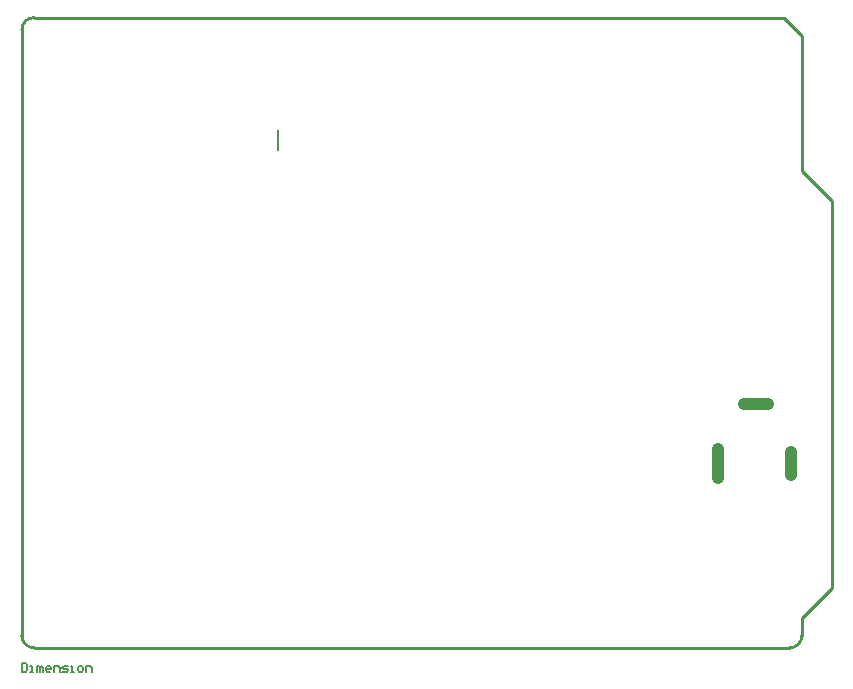
<source format=gm1>
%FSTAX25Y25*%
%MOIN*%
G70*
G01*
G75*
G04 Layer_Color=16711935*
%ADD10O,0.01181X0.07087*%
%ADD11O,0.07087X0.01181*%
%ADD12O,0.07284X0.01378*%
%ADD13R,0.08071X0.02756*%
%ADD14R,0.01772X0.02165*%
%ADD15R,0.03150X0.03150*%
%ADD16R,0.01575X0.02559*%
%ADD17R,0.02992X0.06299*%
%ADD18R,0.04528X0.06693*%
%ADD19R,0.02165X0.01772*%
%ADD20R,0.02756X0.03543*%
%ADD21R,0.03543X0.02756*%
%ADD22R,0.02047X0.02047*%
%ADD23R,0.02047X0.02047*%
%ADD24C,0.00669*%
%ADD25C,0.00700*%
%ADD26C,0.01000*%
%ADD27C,0.03000*%
%ADD28C,0.00591*%
%ADD29C,0.00500*%
%ADD30C,0.02000*%
%ADD31C,0.06000*%
%ADD32O,0.07874X0.17716*%
%ADD33O,0.07874X0.15748*%
%ADD34O,0.15748X0.07874*%
%ADD35R,0.05906X0.05906*%
%ADD36C,0.05906*%
%ADD37R,0.05906X0.05906*%
%ADD38P,0.06711X8X112.5*%
%ADD39O,0.05600X0.11200*%
%ADD40C,0.12600*%
%ADD41C,0.01969*%
%ADD42C,0.01600*%
%ADD43C,0.02800*%
%ADD44C,0.01595*%
%ADD45C,0.05000*%
%ADD46C,0.04000*%
%ADD47R,0.70200X0.25400*%
%ADD48C,0.07550*%
%ADD49O,0.07937X0.17779*%
%ADD50O,0.07937X0.15811*%
%ADD51O,0.15811X0.07937*%
%ADD52C,0.07543*%
G04:AMPARAMS|DCode=53|XSize=95.433mil|YSize=95.433mil|CornerRadius=0mil|HoleSize=0mil|Usage=FLASHONLY|Rotation=0.000|XOffset=0mil|YOffset=0mil|HoleType=Round|Shape=Relief|Width=10mil|Gap=10mil|Entries=4|*
%AMTHD53*
7,0,0,0.09543,0.07543,0.01000,45*
%
%ADD53THD53*%
%ADD54C,0.07800*%
%ADD55C,0.07400*%
G04:AMPARAMS|DCode=56|XSize=95.5mil|YSize=95.5mil|CornerRadius=0mil|HoleSize=0mil|Usage=FLASHONLY|Rotation=0.000|XOffset=0mil|YOffset=0mil|HoleType=Round|Shape=Relief|Width=10mil|Gap=10mil|Entries=4|*
%AMTHD56*
7,0,0,0.09550,0.07550,0.01000,45*
%
%ADD56THD56*%
%ADD57C,0.16600*%
G04:AMPARAMS|DCode=58|XSize=70mil|YSize=70mil|CornerRadius=0mil|HoleSize=0mil|Usage=FLASHONLY|Rotation=0.000|XOffset=0mil|YOffset=0mil|HoleType=Round|Shape=Relief|Width=10mil|Gap=10mil|Entries=4|*
%AMTHD58*
7,0,0,0.07000,0.05000,0.01000,45*
%
%ADD58THD58*%
%ADD59C,0.05600*%
%ADD60C,0.06800*%
%AMTHOVALD61*
21,1,0.07874,0.09937,0,0,270.0*
1,1,0.09937,0.00000,0.03937*
1,1,0.09937,0.00000,-0.03937*
21,0,0.07874,0.07937,0,0,270.0*
1,0,0.07937,0.00000,0.03937*
1,0,0.07937,0.00000,-0.03937*
4,0,4,-0.00354,0.03583,-0.03867,0.07097,-0.03160,0.07804,0.00354,0.04291,-0.00354,0.03583,0.0*
4,0,4,-0.00354,-0.04291,0.03160,-0.07804,0.03867,-0.07097,0.00354,-0.03583,-0.00354,-0.04291,0.0*
4,0,4,-0.00354,0.04291,0.03160,0.07804,0.03867,0.07097,0.00354,0.03583,-0.00354,0.04291,0.0*
4,0,4,-0.00354,-0.03583,-0.03867,-0.07097,-0.03160,-0.07804,0.00354,-0.04291,-0.00354,-0.03583,0.0*
%
%ADD61THOVALD61*%

%AMTHOVALD62*
21,1,0.07874,0.09937,0,0,180.0*
1,1,0.09937,0.03937,0.00000*
1,1,0.09937,-0.03937,0.00000*
21,0,0.07874,0.07937,0,0,180.0*
1,0,0.07937,0.03937,0.00000*
1,0,0.07937,-0.03937,0.00000*
4,0,4,0.03583,0.00354,0.07097,0.03867,0.07804,0.03160,0.04291,-0.00354,0.03583,0.00354,0.0*
4,0,4,-0.04291,0.00354,-0.07804,-0.03160,-0.07097,-0.03867,-0.03583,-0.00354,-0.04291,0.00354,0.0*
4,0,4,0.04291,0.00354,0.07804,-0.03160,0.07097,-0.03867,0.03583,-0.00354,0.04291,0.00354,0.0*
4,0,4,-0.03583,0.00354,-0.07097,0.03867,-0.07804,0.03160,-0.04291,-0.00354,-0.03583,0.00354,0.0*
%
%ADD62THOVALD62*%

G04:AMPARAMS|DCode=63|XSize=98mil|YSize=98mil|CornerRadius=0mil|HoleSize=0mil|Usage=FLASHONLY|Rotation=0.000|XOffset=0mil|YOffset=0mil|HoleType=Round|Shape=Relief|Width=10mil|Gap=10mil|Entries=4|*
%AMTHD63*
7,0,0,0.09800,0.07800,0.01000,45*
%
%ADD63THD63*%
G04:AMPARAMS|DCode=64|XSize=94mil|YSize=94mil|CornerRadius=0mil|HoleSize=0mil|Usage=FLASHONLY|Rotation=0.000|XOffset=0mil|YOffset=0mil|HoleType=Round|Shape=Relief|Width=10mil|Gap=10mil|Entries=4|*
%AMTHD64*
7,0,0,0.09400,0.07400,0.01000,45*
%
%ADD64THD64*%
G04:AMPARAMS|DCode=65|XSize=76mil|YSize=76mil|CornerRadius=0mil|HoleSize=0mil|Usage=FLASHONLY|Rotation=0.000|XOffset=0mil|YOffset=0mil|HoleType=Round|Shape=Relief|Width=10mil|Gap=10mil|Entries=4|*
%AMTHD65*
7,0,0,0.07600,0.05600,0.01000,45*
%
%ADD65THD65*%
G04:AMPARAMS|DCode=66|XSize=88mil|YSize=88mil|CornerRadius=0mil|HoleSize=0mil|Usage=FLASHONLY|Rotation=0.000|XOffset=0mil|YOffset=0mil|HoleType=Round|Shape=Relief|Width=10mil|Gap=10mil|Entries=4|*
%AMTHD66*
7,0,0,0.08800,0.06800,0.01000,45*
%
%ADD66THD66*%
%ADD67O,0.01378X0.04724*%
%ADD68R,0.07480X0.03150*%
%ADD69R,0.07480X0.12205*%
%ADD70R,0.06299X0.02559*%
%ADD71R,0.08661X0.11811*%
%ADD72R,0.01969X0.01181*%
%ADD73C,0.01181*%
%ADD74R,0.03543X0.04724*%
%ADD75R,0.06693X0.06614*%
%ADD76R,0.08661X0.07874*%
%ADD77C,0.05000*%
%ADD78C,0.01300*%
%ADD79C,0.01500*%
%ADD80R,0.29232X0.31693*%
%ADD81C,0.02362*%
%ADD82C,0.00984*%
%ADD83C,0.02165*%
%ADD84C,0.00787*%
%ADD85C,0.00600*%
%ADD86C,0.01200*%
%ADD87C,0.00400*%
%ADD88C,0.00394*%
%ADD89R,0.03937X0.02953*%
%ADD90O,0.01581X0.07487*%
%ADD91O,0.07487X0.01581*%
%ADD92O,0.07684X0.01778*%
%ADD93R,0.08471X0.03156*%
%ADD94R,0.02172X0.02565*%
%ADD95R,0.03550X0.03550*%
%ADD96R,0.01975X0.02959*%
%ADD97R,0.03392X0.06699*%
%ADD98R,0.04928X0.07093*%
%ADD99R,0.02565X0.02172*%
%ADD100R,0.03156X0.03943*%
%ADD101R,0.03943X0.03156*%
%ADD102R,0.02447X0.02447*%
%ADD103R,0.02447X0.02447*%
%ADD104O,0.01381X0.07287*%
%ADD105O,0.07287X0.01381*%
%ADD106O,0.07484X0.01578*%
%ADD107R,0.08271X0.02956*%
%ADD108R,0.01972X0.02365*%
%ADD109R,0.03350X0.03350*%
%ADD110R,0.01775X0.02759*%
%ADD111R,0.03192X0.06499*%
%ADD112R,0.04728X0.06893*%
%ADD113R,0.02365X0.01972*%
%ADD114R,0.02956X0.03743*%
%ADD115R,0.03743X0.02956*%
%ADD116R,0.02247X0.02247*%
%ADD117R,0.02247X0.02247*%
%ADD118C,0.06200*%
%ADD119O,0.08074X0.17916*%
%ADD120O,0.08074X0.15948*%
%ADD121O,0.15948X0.08074*%
%ADD122R,0.06106X0.06106*%
%ADD123C,0.06106*%
%ADD124R,0.06106X0.06106*%
%ADD125P,0.06927X8X112.5*%
%ADD126O,0.05800X0.11400*%
%ADD127C,0.12800*%
%ADD128C,0.02169*%
%ADD129C,0.01800*%
%ADD130C,0.03000*%
%ADD131C,0.05200*%
%ADD132O,0.01578X0.04924*%
%ADD133R,0.07680X0.03350*%
%ADD134R,0.07680X0.12405*%
%ADD135R,0.06499X0.02759*%
%ADD136R,0.09061X0.12211*%
%ADD137R,0.02369X0.01581*%
%ADD138C,0.01381*%
%ADD139R,0.03743X0.04924*%
%ADD140R,0.06893X0.06814*%
%ADD141R,0.08861X0.08074*%
%ADD142R,0.01969X0.01181*%
%ADD143R,0.03347X0.04921*%
%ADD144O,0.01778X0.05124*%
%ADD145R,0.07880X0.03550*%
%ADD146R,0.07880X0.12605*%
%ADD147R,0.06699X0.02959*%
%ADD148C,0.01581*%
%ADD149R,0.03943X0.05124*%
%ADD150R,0.07093X0.07014*%
%ADD151R,0.09061X0.08274*%
%ADD152C,0.03937*%
G36*
X018563Y0265453D02*
X0185138D01*
Y0272539D01*
X018563D01*
Y0265453D01*
D02*
G37*
D26*
X0104Y031D02*
G03*
X01Y03061I-000005J-000395D01*
G01*
X03561Y01D02*
G03*
X036Y0104I-000005J000395D01*
G01*
X01D02*
G03*
X0104Y01I0004J0D01*
G01*
X0354Y031D02*
X036Y0304D01*
Y0259D02*
X037Y0249D01*
Y012D02*
Y0249D01*
X036Y011D02*
X037Y012D01*
X036Y0104D02*
Y011D01*
X0104Y01D02*
X03561D01*
X01Y0104D02*
Y03061D01*
X0104Y031D02*
X0354D01*
X036Y0259D02*
Y0304D01*
D29*
X01Y0094768D02*
Y0091969D01*
X01014D01*
X0101866Y0092435D01*
Y0094301D01*
X01014Y0094768D01*
X01D01*
X0102799Y0091969D02*
X0103732D01*
X0103266D01*
Y0093835D01*
X0102799D01*
X0105132Y0091969D02*
Y0093835D01*
X0105598D01*
X0106065Y0093368D01*
Y0091969D01*
Y0093368D01*
X0106531Y0093835D01*
X0106998Y0093368D01*
Y0091969D01*
X010933D02*
X0108397D01*
X0107931Y0092435D01*
Y0093368D01*
X0108397Y0093835D01*
X010933D01*
X0109797Y0093368D01*
Y0092901D01*
X0107931D01*
X011073Y0091969D02*
Y0093835D01*
X0112129D01*
X0112596Y0093368D01*
Y0091969D01*
X0113529D02*
X0114928D01*
X0115395Y0092435D01*
X0114928Y0092901D01*
X0113996D01*
X0113529Y0093368D01*
X0113996Y0093835D01*
X0115395D01*
X0116328Y0091969D02*
X0117261D01*
X0116795D01*
Y0093835D01*
X0116328D01*
X0119127Y0091969D02*
X012006D01*
X0120527Y0092435D01*
Y0093368D01*
X012006Y0093835D01*
X0119127D01*
X0118661Y0093368D01*
Y0092435D01*
X0119127Y0091969D01*
X012146D02*
Y0093835D01*
X0122859D01*
X0123326Y0093368D01*
Y0091969D01*
D152*
X0356472Y0157463D02*
Y0165337D01*
X0340724Y0181085D02*
X0348598D01*
X0332063Y0156479D02*
Y0166321D01*
M02*

</source>
